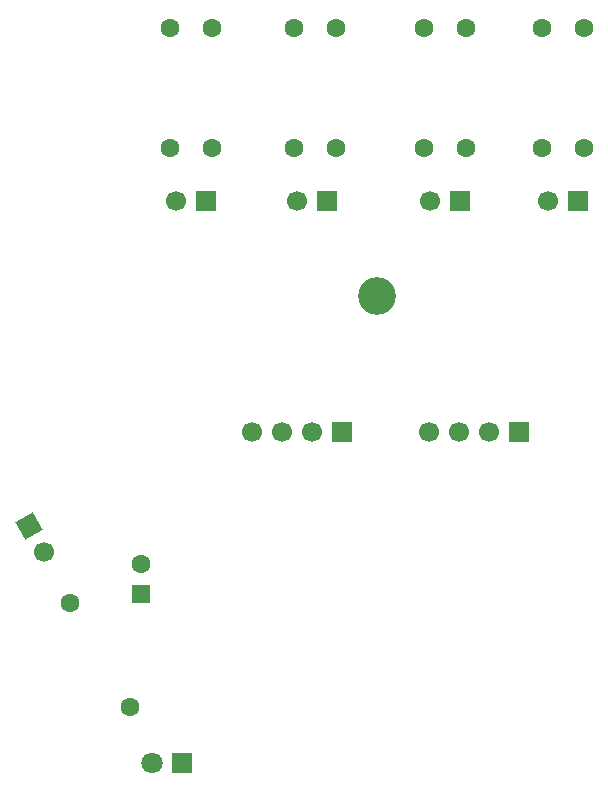
<source format=gbr>
%TF.GenerationSoftware,KiCad,Pcbnew,9.0.6*%
%TF.CreationDate,2025-11-13T19:18:10+01:00*%
%TF.ProjectId,hex-dna,6865782d-646e-4612-9e6b-696361645f70,rev?*%
%TF.SameCoordinates,Original*%
%TF.FileFunction,Soldermask,Bot*%
%TF.FilePolarity,Negative*%
%FSLAX46Y46*%
G04 Gerber Fmt 4.6, Leading zero omitted, Abs format (unit mm)*
G04 Created by KiCad (PCBNEW 9.0.6) date 2025-11-13 19:18:10*
%MOMM*%
%LPD*%
G01*
G04 APERTURE LIST*
G04 Aperture macros list*
%AMRoundRect*
0 Rectangle with rounded corners*
0 $1 Rounding radius*
0 $2 $3 $4 $5 $6 $7 $8 $9 X,Y pos of 4 corners*
0 Add a 4 corners polygon primitive as box body*
4,1,4,$2,$3,$4,$5,$6,$7,$8,$9,$2,$3,0*
0 Add four circle primitives for the rounded corners*
1,1,$1+$1,$2,$3*
1,1,$1+$1,$4,$5*
1,1,$1+$1,$6,$7*
1,1,$1+$1,$8,$9*
0 Add four rect primitives between the rounded corners*
20,1,$1+$1,$2,$3,$4,$5,0*
20,1,$1+$1,$4,$5,$6,$7,0*
20,1,$1+$1,$6,$7,$8,$9,0*
20,1,$1+$1,$8,$9,$2,$3,0*%
%AMRotRect*
0 Rectangle, with rotation*
0 The origin of the aperture is its center*
0 $1 length*
0 $2 width*
0 $3 Rotation angle, in degrees counterclockwise*
0 Add horizontal line*
21,1,$1,$2,0,0,$3*%
G04 Aperture macros list end*
%ADD10R,1.700000X1.700000*%
%ADD11C,1.700000*%
%ADD12C,1.600000*%
%ADD13R,1.800000X1.800000*%
%ADD14C,1.800000*%
%ADD15C,3.200000*%
%ADD16RotRect,1.700000X1.700000X30.000000*%
%ADD17RoundRect,0.250000X0.550000X-0.550000X0.550000X0.550000X-0.550000X0.550000X-0.550000X-0.550000X0*%
G04 APERTURE END LIST*
D10*
%TO.C,J3*%
X55775001Y-35500000D03*
D11*
X53235001Y-35500000D03*
%TD*%
D10*
%TO.C,+3V3 GND +5V EN*%
X57000000Y-55000000D03*
D11*
X54460000Y-55000000D03*
X51920000Y-55000000D03*
X49380000Y-55000000D03*
%TD*%
D12*
%TO.C,R6*%
X67500000Y-31000000D03*
X67500000Y-20840000D03*
%TD*%
%TO.C,R1*%
X42450000Y-31000000D03*
X42450000Y-20840000D03*
%TD*%
%TO.C,R4*%
X56500000Y-31000000D03*
X56500000Y-20840000D03*
%TD*%
D10*
%TO.C,J4*%
X67000000Y-35500000D03*
D11*
X64460000Y-35500000D03*
%TD*%
D13*
%TO.C,D1*%
X43500000Y-82999999D03*
D14*
X40960000Y-82999999D03*
%TD*%
D10*
%TO.C,+3V_CC GND CE +3V3*%
X72000000Y-55000000D03*
D11*
X69460000Y-55000000D03*
X66920000Y-55000000D03*
X64380000Y-55000000D03*
%TD*%
D12*
%TO.C,R5*%
X63950000Y-31000000D03*
X63950000Y-20840000D03*
%TD*%
%TO.C,R2*%
X46000000Y-31000000D03*
X46000000Y-20840000D03*
%TD*%
D15*
%TO.C,H1*%
X60000000Y-43500000D03*
%TD*%
D16*
%TO.C,J1*%
X30500000Y-63000000D03*
D11*
X31770000Y-65199705D03*
%TD*%
D12*
%TO.C,R7*%
X73950000Y-31000000D03*
X73950000Y-20840000D03*
%TD*%
D10*
%TO.C,J7*%
X77040003Y-35500000D03*
D11*
X74500003Y-35500000D03*
%TD*%
D17*
%TO.C,C1*%
X40000000Y-68705113D03*
D12*
X40000000Y-66205113D03*
%TD*%
%TO.C,R9*%
X34000000Y-69500000D03*
X39080000Y-78298817D03*
%TD*%
D10*
%TO.C,J2*%
X45500000Y-35500000D03*
D11*
X42960000Y-35500000D03*
%TD*%
D12*
%TO.C,R3*%
X52950000Y-31000000D03*
X52950000Y-20840000D03*
%TD*%
%TO.C,R8*%
X77500000Y-31000000D03*
X77500000Y-20840000D03*
%TD*%
M02*

</source>
